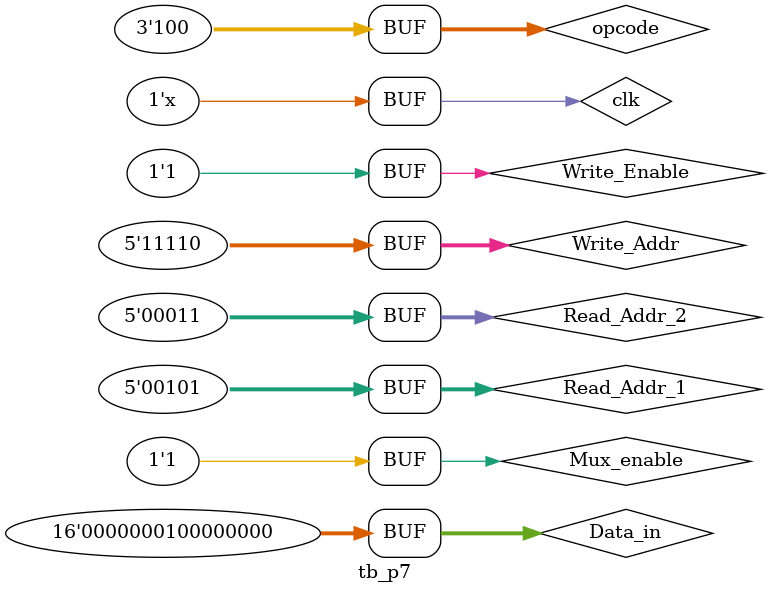
<source format=v>

module tb_p7();
	wire[15:0] out;
	wire flag;
	reg[4:0] Read_Addr_1, Read_Addr_2, Write_Addr;
	reg[15:0] Data_in;
	reg clk;
	reg Write_Enable, Mux_enable;
	reg[2:0] opcode;  

	p7 UUT(out, flag, Read_Addr_1, Read_Addr_2, Write_Addr, Data_in, Write_Enable, Mux_enable, opcode, clk);
	initial 
		clk = 1'b0;
		always 
			#5 clk = ~clk;
			initial
				begin
					#10
  					Read_Addr_1 = 5'b00000; 
  					Read_Addr_2 = 5'b00001; 
  					Mux_enable = 1'b0;  
  					opcode = 3'd0;
  					Write_Enable = 1'b1;
  					Write_Addr = 5'b11010;
  					Data_in = 32'h1FFF_FFFF;
  
					#10
					Write_Enable = 1'b1;
					Write_Addr = 5'b11011; 
					Data_in = 32'h0000_0000;

					#10  
					Write_Enable = 1'b1;
					Write_Addr = 5'b11100;
					Data_in = 32'h0000_0001;

					#10
					Write_Enable = 1'b1;
					Write_Addr = 5'b00000;
					Data_in = 32'h0000_0010;

					#10
					Write_Enable = 1'b1;
					Write_Addr = 5'b11101;
					Data_in = 32'h0000_0011;

					#10
					Write_Enable = 1'b1;
					Write_Addr = 5'b11110;
					Data_in = 32'h0000_0100;

					#10
					Mux_enable = 1;

					#10
					Write_Enable = 1'b1;
					Read_Addr_1 = 5'b00100;
					Read_Addr_2 = 5'b00001;
					opcode = 3'd0;

					#10
					Write_Enable = 1'b0;
					Read_Addr_1 = 5'b00100;
					Read_Addr_2 = 5'b00010;
					opcode = 3'd0;

					#10
					Write_Enable = 1'b1;
					Read_Addr_1 = 5'b00101;
					Read_Addr_2 = 5'b00011;
					opcode = 3'd0;

					#10
					Write_Enable = 1'b1;
					Read_Addr_1 = 5'b00100;
					Read_Addr_2 = 5'b00001;
					opcode = 3'd1;

					#10
					Write_Enable = 1'b0;
					Read_Addr_1 = 5'b00100;
					Read_Addr_2 = 5'b00010;
					opcode = 3'd1;

					#10
					Write_Enable = 1'b1;
					Read_Addr_1 = 5'b00101;
					Read_Addr_2 = 5'b00011;
					opcode = 3'd1;

					#10
					Write_Enable = 1'b1;
					Read_Addr_1 = 5'b00100;
					Read_Addr_2 = 5'b00001;
					opcode = 3'd2;

					#10
					Write_Enable = 1'b0;
					Read_Addr_1 = 5'b00100;
					Read_Addr_2 = 5'b00010;
					opcode = 3'd2;

					#10
					Write_Enable = 1'b1;
					Read_Addr_1 = 5'b00101;
					Read_Addr_2 = 5'b00011;
					opcode = 3'd2;

					#10
					Write_Enable = 1'b1;
					Read_Addr_1 = 5'b00100;
					Read_Addr_2 = 5'b00001;
					opcode = 3'd3;

					#10
					Write_Enable = 1'b0;
					Read_Addr_1 = 5'b00100;
					Read_Addr_2 = 5'b00010;
					opcode = 3'd3;

					#10
					Write_Enable = 1'b1;
					Read_Addr_1 = 5'b00101;
					Read_Addr_2 = 5'b00011;
					opcode = 3'd3;

					#10
					Write_Enable = 1'b1;
					Read_Addr_1 = 5'b00100;
					Read_Addr_2 = 5'b00001;
					opcode = 3'd4;

					#10
					Write_Enable = 1'b0;
					Read_Addr_1 = 5'b00100;
					Read_Addr_2 = 5'b00010;
					opcode = 3'd4;

					#10
					Write_Enable = 1'b1;
					Read_Addr_1 = 5'b00101;
					Read_Addr_2 = 5'b00011;
					opcode = 3'd4;
				end
endmodule
</source>
